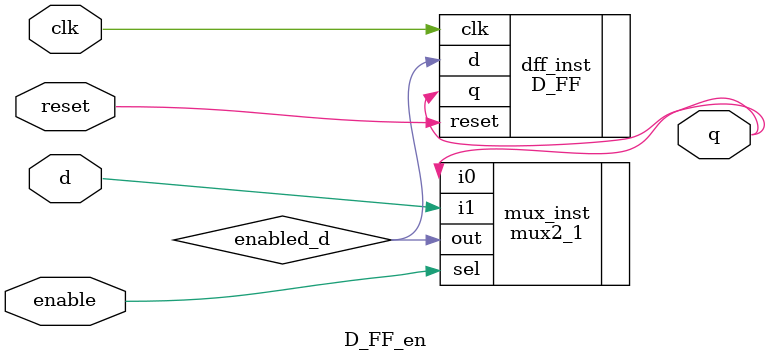
<source format=sv>
module D_FF_en (
    output logic q,
    input logic d,
    input logic reset,
    input logic clk,
    input logic enable
);
    logic enabled_d;
    mux2_1 mux_inst (.out(enabled_d), .i0(q), .i1(d), .sel(enable));

    D_FF dff_inst (.q(q), .d(enabled_d), .reset(reset), .clk(clk));
endmodule

</source>
